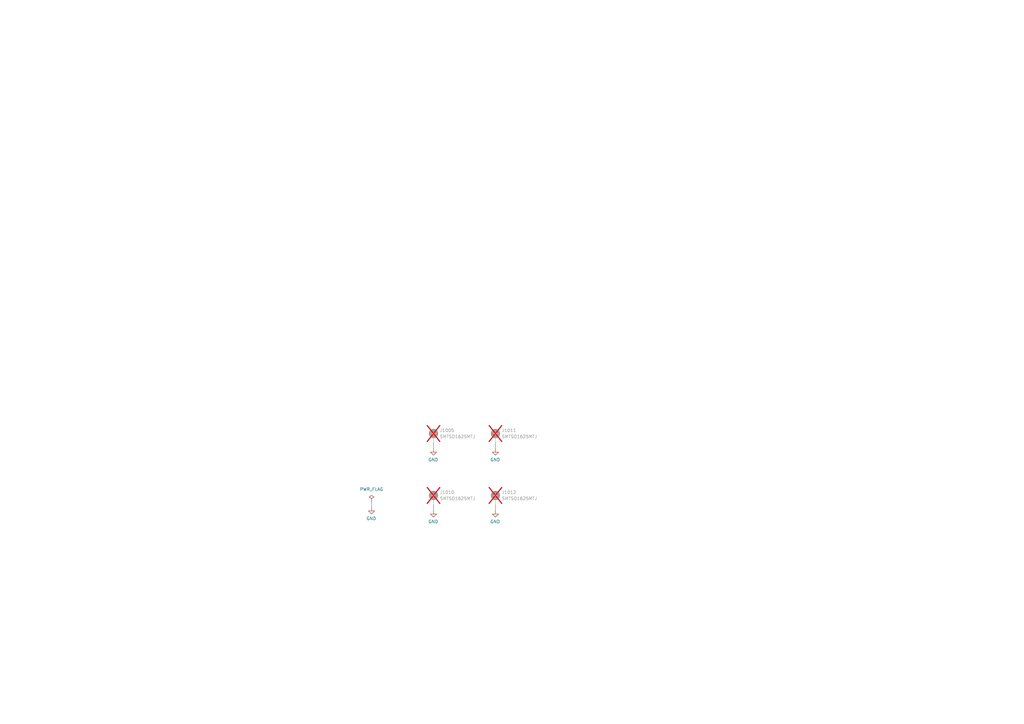
<source format=kicad_sch>
(kicad_sch (version 20231120) (generator "eeschema") (generator_version "8.0")
  (paper "A3")
  (lib_symbols
    (symbol "power:GND" (power) (pin_names (offset 0))
      (property "Value" "GND" (at 0 -3.81 0))
      (symbol "GND_0_1"
        (polyline (pts (xy 0 0) (xy 0 -1.27) (xy 1.27 -1.27) (xy 0 -2.54) (xy -1.27 -1.27) (xy 0 -1.27)))
      )
      (symbol "GND_1_1"
        (pin power_in line (at 0 0 270) (length 0) hide (name "GND") (number "1"))
      )
    )
    (symbol "power:PWR_FLAG" (power) (pin_numbers hide) (pin_names (offset 0) hide)
      (property "Value" "PWR_FLAG" (at 0 3.81 0))
      (symbol "PWR_FLAG_0_0"
        (pin power_out line (at 0 0 90) (length 0) (name "pwr") (number "1"))
      )
      (symbol "PWR_FLAG_0_1"
        (polyline (pts (xy 0 0) (xy 0 1.27) (xy -1.016 1.905) (xy 0 2.54) (xy 1.016 1.905) (xy 0 1.27)))
      )
    )
    (symbol "suku_basics:SMD_NUT" (pin_numbers hide) (pin_names (offset 1.016) hide)
      (property "Reference" "J" (at 0 6.35 0))
      (property "Value" "SMD_NUT" (at 0 4.445 0))
      (symbol "SMD_NUT_0_1"
        (circle (center 0 1.27) (radius 1.27) (stroke (width 1.27)))
      )
      (symbol "SMD_NUT_1_1"
        (pin input line (at 0 -2.54 90) (length 2.54) (name "1") (number "1"))
      )
    )
  )
  (wire (pts (xy 203.2 181.61) (xy 203.2 184.15)))
  (wire (pts (xy 203.2 207.01) (xy 203.2 209.55)))
  (wire (pts (xy 177.8 207.01) (xy 177.8 209.55)))
  (wire (pts (xy 152.4 205.74) (xy 152.4 208.28)))
  (wire (pts (xy 177.8 181.61) (xy 177.8 184.15)))
  (symbol (lib_id "suku_basics:SMD_NUT") (at 177.8 204.47 0) (unit 1) (dnp yes)
    (property "Reference" "J1010" (at 180.34 201.9299 0) (effects (justify left)))
    (property "Value" "SMTSO1625MTJ" (at 180.34 204.4699 0) (effects (justify left)))
    (property "Footprint" "suku_basics:SMD_NUT_M1.6x2.5" (effects (hide yes)))
    (property "Description" "SMD Nut" (effects (hide yes)))
  )
  (symbol (lib_id "power:PWR_FLAG") (at 152.4 205.74 0) (unit 1)
    (property "Reference" "#FLG01001" (effects (hide yes)))
    (property "Value" "PWR_FLAG" (at 152.4 200.66 0))
    (property "Description" "Special symbol for telling ERC where power comes from" (effects (hide yes)))
  )
  (symbol (lib_id "suku_basics:SMD_NUT") (at 203.2 179.07 0) (unit 1) (dnp yes)
    (property "Reference" "J1011" (at 205.74 176.5299 0) (effects (justify left)))
    (property "Value" "SMTSO1625MTJ" (at 205.74 179.0699 0) (effects (justify left)))
    (property "Footprint" "suku_basics:SMD_NUT_M1.6x2.5" (effects (hide yes)))
    (property "Description" "SMD Nut" (effects (hide yes)))
  )
  (symbol (lib_id "suku_basics:SMD_NUT") (at 177.8 179.07 0) (unit 1) (dnp yes)
    (property "Reference" "J1005" (at 180.34 176.5299 0) (effects (justify left)))
    (property "Value" "SMTSO1625MTJ" (at 180.34 179.0699 0) (effects (justify left)))
    (property "Footprint" "suku_basics:SMD_NUT_M1.6x2.5" (effects (hide yes)))
    (property "Description" "SMD Nut" (effects (hide yes)))
  )
  (symbol (lib_id "power:GND") (at 177.8 184.15 0) (mirror y) (unit 1)
    (property "Reference" "#PWR01033" (effects (hide yes)))
    (property "Value" "GND" (at 177.673 188.5442 0))
  )
  (symbol (lib_id "power:GND") (at 203.2 184.15 0) (mirror y) (unit 1)
    (property "Reference" "#PWR01035" (effects (hide yes)))
    (property "Value" "GND" (at 203.073 188.5442 0))
  )
  (symbol (lib_id "power:GND") (at 177.8 209.55 0) (mirror y) (unit 1)
    (property "Reference" "#PWR01034" (effects (hide yes)))
    (property "Value" "GND" (at 177.673 213.9442 0))
  )
  (symbol (lib_id "suku_basics:SMD_NUT") (at 203.2 204.47 0) (unit 1) (dnp yes)
    (property "Reference" "J1012" (at 205.74 201.9299 0) (effects (justify left)))
    (property "Value" "SMTSO1625MTJ" (at 205.74 204.4699 0) (effects (justify left)))
    (property "Footprint" "suku_basics:SMD_NUT_M1.6x2.5" (effects (hide yes)))
    (property "Description" "SMD Nut" (effects (hide yes)))
  )
  (symbol (lib_id "power:GND") (at 203.2 209.55 0) (mirror y) (unit 1)
    (property "Reference" "#PWR01036" (effects (hide yes)))
    (property "Value" "GND" (at 203.073 213.9442 0))
  )
  (symbol (lib_id "power:GND") (at 152.4 208.28 0) (mirror y) (unit 1)
    (property "Reference" "#PWR01001" (effects (hide yes)))
    (property "Value" "GND" (at 152.273 212.6742 0))
  )
)
</source>
